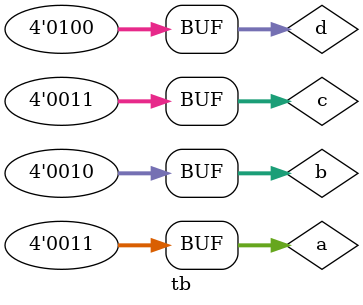
<source format=v>
`timescale 1ns/1ps
module tb;
reg [3:0] a, b, c, d;
wire [8:0] out_real;
wire [8:0] out_im;
top U1(.a(a),.b(b),.c(c),.d(d),.out_real(out_real),.out_im(out_im));
initial
begin
a=2;b=2;c=5;d=4;
#10
a=4;b=3;c=2;d=1;
#10
a=3;b=2;c=3;d=4;
end
endmodule
</source>
